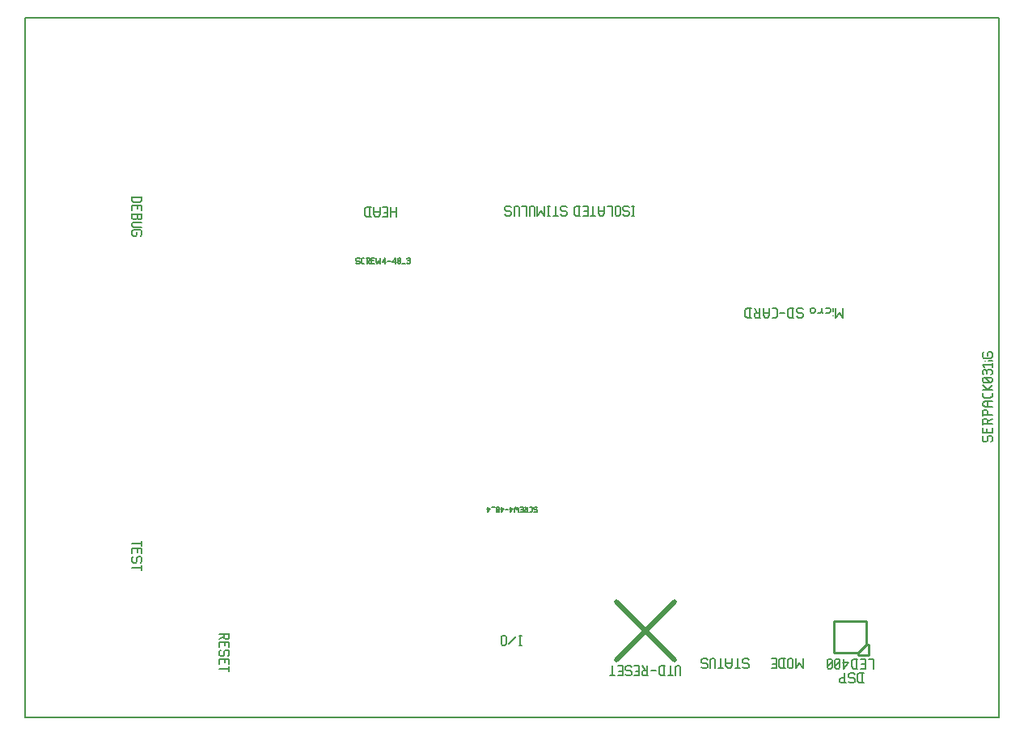
<source format=gto>
G04 start of page 8 for group -4079 idx -4079 *
G04 Title: (unknown), topsilk *
G04 Creator: pcb 20110918 *
G04 CreationDate: Thu May 15 21:16:40 2014 UTC *
G04 For: fosse *
G04 Format: Gerber/RS-274X *
G04 PCB-Dimensions: 550000 450000 *
G04 PCB-Coordinate-Origin: lower left *
%MOIN*%
%FSLAX25Y25*%
%LNTOPSILK*%
%ADD94C,0.0100*%
%ADD93C,0.0060*%
%ADD92C,0.0200*%
G54D92*X282500Y167000D02*X306500Y143000D01*
Y167000D02*X282500Y143000D01*
G54D93*X87000Y192000D02*Y190000D01*
X83000Y191000D02*X87000D01*
X85200Y188800D02*Y187300D01*
X83000Y188800D02*Y186800D01*
Y188800D02*X87000D01*
Y186800D01*
Y183600D02*X86500Y183100D01*
X87000Y185100D02*Y183600D01*
X86500Y185600D02*X87000Y185100D01*
X85500Y185600D02*X86500D01*
X85500D02*X85000Y185100D01*
Y183600D01*
X84500Y183100D01*
X83500D02*X84500D01*
X83000Y183600D02*X83500Y183100D01*
X83000Y185100D02*Y183600D01*
X83500Y185600D02*X83000Y185100D01*
X87000Y181900D02*Y179900D01*
X83000Y180900D02*X87000D01*
X83000Y333500D02*X87000D01*
Y332200D02*X86300Y331500D01*
X83700D02*X86300D01*
X83000Y332200D02*X83700Y331500D01*
X83000Y334000D02*Y332200D01*
X87000Y334000D02*Y332200D01*
X85200Y330300D02*Y328800D01*
X83000Y330300D02*Y328300D01*
Y330300D02*X87000D01*
Y328300D01*
X83000Y327100D02*Y325100D01*
X83500Y324600D01*
X84700D01*
X85200Y325100D02*X84700Y324600D01*
X85200Y326600D02*Y325100D01*
X83000Y326600D02*X87000D01*
Y327100D02*Y325100D01*
X86500Y324600D01*
X85700D02*X86500D01*
X85200Y325100D02*X85700Y324600D01*
X83500Y323400D02*X87000D01*
X83500D02*X83000Y322900D01*
Y321900D01*
X83500Y321400D01*
X87000D01*
Y318200D02*X86500Y317700D01*
X87000Y319700D02*Y318200D01*
X86500Y320200D02*X87000Y319700D01*
X83500Y320200D02*X86500D01*
X83500D02*X83000Y319700D01*
Y318200D01*
X83500Y317700D01*
X84500D01*
X85000Y318200D02*X84500Y317700D01*
X85000Y319200D02*Y318200D01*
X192000Y329500D02*Y325500D01*
X189500Y329500D02*Y325500D01*
Y327500D02*X192000D01*
X186800Y327300D02*X188300D01*
X186300Y329500D02*X188300D01*
Y325500D01*
X186300D02*X188300D01*
X185100Y329500D02*Y326500D01*
X184400Y325500D01*
X183300D02*X184400D01*
X183300D02*X182600Y326500D01*
Y329500D02*Y326500D01*
Y327500D02*X185100D01*
X180900Y329500D02*Y325500D01*
X179600D02*X178900Y326200D01*
Y328800D02*Y326200D01*
X179600Y329500D02*X178900Y328800D01*
X179600Y329500D02*X181400D01*
X179600Y325500D02*X181400D01*
X335100Y139500D02*X334600Y140000D01*
X335100Y139500D02*X336600D01*
X337100Y140000D02*X336600Y139500D01*
X337100Y141000D02*Y140000D01*
Y141000D02*X336600Y141500D01*
X335100D02*X336600D01*
X335100D02*X334600Y142000D01*
Y143000D02*Y142000D01*
X335100Y143500D02*X334600Y143000D01*
X335100Y143500D02*X336600D01*
X337100Y143000D02*X336600Y143500D01*
X331400Y139500D02*X333400D01*
X332400Y143500D02*Y139500D01*
X330200Y143500D02*Y140500D01*
X329500Y139500D01*
X328400D02*X329500D01*
X328400D02*X327700Y140500D01*
Y143500D02*Y140500D01*
Y141500D02*X330200D01*
X324500Y139500D02*X326500D01*
X325500Y143500D02*Y139500D01*
X323300Y143000D02*Y139500D01*
Y143000D02*X322800Y143500D01*
X321800D02*X322800D01*
X321800D02*X321300Y143000D01*
Y139500D01*
X318100D02*X317600Y140000D01*
X318100Y139500D02*X319600D01*
X320100Y140000D02*X319600Y139500D01*
X320100Y141000D02*Y140000D01*
Y141000D02*X319600Y141500D01*
X318100D02*X319600D01*
X318100D02*X317600Y142000D01*
Y143000D02*Y142000D01*
X318100Y143500D02*X317600Y143000D01*
X318100Y143500D02*X319600D01*
X320100Y143000D02*X319600Y143500D01*
X309000Y140000D02*Y136500D01*
Y140000D02*X308500Y140500D01*
X307500D02*X308500D01*
X307500D02*X307000Y140000D01*
Y136500D01*
X303800D02*X305800D01*
X304800Y140500D02*Y136500D01*
X302100Y140500D02*Y136500D01*
X300800D02*X300100Y137200D01*
Y139800D02*Y137200D01*
X300800Y140500D02*X300100Y139800D01*
X300800Y140500D02*X302600D01*
X300800Y136500D02*X302600D01*
X296900Y138500D02*X298900D01*
X293700Y136500D02*X295700D01*
X293700D02*X293200Y137000D01*
Y138000D02*Y137000D01*
X293700Y138500D02*X293200Y138000D01*
X293700Y138500D02*X295200D01*
Y140500D02*Y136500D01*
X294400Y138500D02*X293200Y140500D01*
X290500Y138300D02*X292000D01*
X290000Y140500D02*X292000D01*
Y136500D01*
X290000D02*X292000D01*
X286800D02*X286300Y137000D01*
X286800Y136500D02*X288300D01*
X288800Y137000D02*X288300Y136500D01*
X288800Y138000D02*Y137000D01*
Y138000D02*X288300Y138500D01*
X286800D02*X288300D01*
X286800D02*X286300Y139000D01*
Y140000D02*Y139000D01*
X286800Y140500D02*X286300Y140000D01*
X286800Y140500D02*X288300D01*
X288800Y140000D02*X288300Y140500D01*
X283600Y138300D02*X285100D01*
X283100Y140500D02*X285100D01*
Y136500D01*
X283100D02*X285100D01*
X279900D02*X281900D01*
X280900Y140500D02*Y136500D01*
X359500Y143500D02*Y139500D01*
X358000Y141500D01*
X356500Y139500D01*
Y143500D02*Y139500D01*
X355300Y143000D02*Y140000D01*
X354800Y139500D01*
X353800D02*X354800D01*
X353800D02*X353300Y140000D01*
Y143000D02*Y140000D01*
X353800Y143500D02*X353300Y143000D01*
X353800Y143500D02*X354800D01*
X355300Y143000D02*X354800Y143500D01*
X351600D02*Y139500D01*
X350300D02*X349600Y140200D01*
Y142800D02*Y140200D01*
X350300Y143500D02*X349600Y142800D01*
X350300Y143500D02*X352100D01*
X350300Y139500D02*X352100D01*
X346900Y141300D02*X348400D01*
X346400Y143500D02*X348400D01*
Y139500D01*
X346400D02*X348400D01*
X384000Y137500D02*Y133500D01*
X382700D02*X382000Y134200D01*
Y136800D02*Y134200D01*
X382700Y137500D02*X382000Y136800D01*
X382700Y137500D02*X384500D01*
X382700Y133500D02*X384500D01*
X378800D02*X378300Y134000D01*
X378800Y133500D02*X380300D01*
X380800Y134000D02*X380300Y133500D01*
X380800Y135000D02*Y134000D01*
Y135000D02*X380300Y135500D01*
X378800D02*X380300D01*
X378800D02*X378300Y136000D01*
Y137000D02*Y136000D01*
X378800Y137500D02*X378300Y137000D01*
X378800Y137500D02*X380300D01*
X380800Y137000D02*X380300Y137500D01*
X376600D02*Y133500D01*
X375100D02*X377100D01*
X375100D02*X374600Y134000D01*
Y135000D02*Y134000D01*
X375100Y135500D02*X374600Y135000D01*
X375100Y135500D02*X376600D01*
X376000Y288000D02*Y284000D01*
X374500Y286000D01*
X373000Y284000D01*
Y288000D02*Y284000D01*
X371800Y285100D02*Y285000D01*
Y288000D02*Y286500D01*
X368800Y286000D02*X370300D01*
X370800Y286500D02*X370300Y286000D01*
X370800Y287500D02*Y286500D01*
Y287500D02*X370300Y288000D01*
X368800D02*X370300D01*
X367100D02*Y286500D01*
X366600Y286000D01*
X365600D02*X366600D01*
X367600D02*X367100Y286500D01*
X364400Y287500D02*Y286500D01*
X363900Y286000D01*
X362900D02*X363900D01*
X362900D02*X362400Y286500D01*
Y287500D02*Y286500D01*
X362900Y288000D02*X362400Y287500D01*
X362900Y288000D02*X363900D01*
X364400Y287500D02*X363900Y288000D01*
X357400Y284000D02*X356900Y284500D01*
X357400Y284000D02*X358900D01*
X359400Y284500D02*X358900Y284000D01*
X359400Y285500D02*Y284500D01*
Y285500D02*X358900Y286000D01*
X357400D02*X358900D01*
X357400D02*X356900Y286500D01*
Y287500D02*Y286500D01*
X357400Y288000D02*X356900Y287500D01*
X357400Y288000D02*X358900D01*
X359400Y287500D02*X358900Y288000D01*
X355200D02*Y284000D01*
X353900D02*X353200Y284700D01*
Y287300D02*Y284700D01*
X353900Y288000D02*X353200Y287300D01*
X353900Y288000D02*X355700D01*
X353900Y284000D02*X355700D01*
X350000Y286000D02*X352000D01*
X346800Y288000D02*X348100D01*
X348800Y287300D02*X348100Y288000D01*
X348800Y287300D02*Y284700D01*
X348100Y284000D01*
X346800D02*X348100D01*
X345600Y288000D02*Y285000D01*
X344900Y284000D01*
X343800D02*X344900D01*
X343800D02*X343100Y285000D01*
Y288000D02*Y285000D01*
Y286000D02*X345600D01*
X339900Y284000D02*X341900D01*
X339900D02*X339400Y284500D01*
Y285500D02*Y284500D01*
X339900Y286000D02*X339400Y285500D01*
X339900Y286000D02*X341400D01*
Y288000D02*Y284000D01*
X340600Y286000D02*X339400Y288000D01*
X337700D02*Y284000D01*
X336400D02*X335700Y284700D01*
Y287300D02*Y284700D01*
X336400Y288000D02*X335700Y287300D01*
X336400Y288000D02*X338200D01*
X336400Y284000D02*X338200D01*
X242500Y149000D02*X243500D01*
X243000Y153000D02*Y149000D01*
X242500Y153000D02*X243500D01*
X241300Y152500D02*X238300Y149500D01*
X237100Y152500D02*Y149500D01*
X236600Y149000D01*
X235600D02*X236600D01*
X235600D02*X235100Y149500D01*
Y152500D02*Y149500D01*
X235600Y153000D02*X235100Y152500D01*
X235600Y153000D02*X236600D01*
X237100Y152500D02*X236600Y153000D01*
X289000Y326000D02*X290000D01*
X289500Y330000D02*Y326000D01*
X289000Y330000D02*X290000D01*
X285800Y326000D02*X285300Y326500D01*
X285800Y326000D02*X287300D01*
X287800Y326500D02*X287300Y326000D01*
X287800Y327500D02*Y326500D01*
Y327500D02*X287300Y328000D01*
X285800D02*X287300D01*
X285800D02*X285300Y328500D01*
Y329500D02*Y328500D01*
X285800Y330000D02*X285300Y329500D01*
X285800Y330000D02*X287300D01*
X287800Y329500D02*X287300Y330000D01*
X284100Y329500D02*Y326500D01*
X283600Y326000D01*
X282600D02*X283600D01*
X282600D02*X282100Y326500D01*
Y329500D02*Y326500D01*
X282600Y330000D02*X282100Y329500D01*
X282600Y330000D02*X283600D01*
X284100Y329500D02*X283600Y330000D01*
X280900D02*Y326000D01*
X278900Y330000D02*X280900D01*
X277700D02*Y327000D01*
X277000Y326000D01*
X275900D02*X277000D01*
X275900D02*X275200Y327000D01*
Y330000D02*Y327000D01*
Y328000D02*X277700D01*
X272000Y326000D02*X274000D01*
X273000Y330000D02*Y326000D01*
X269300Y327800D02*X270800D01*
X268800Y330000D02*X270800D01*
Y326000D01*
X268800D02*X270800D01*
X267100Y330000D02*Y326000D01*
X265800D02*X265100Y326700D01*
Y329300D02*Y326700D01*
X265800Y330000D02*X265100Y329300D01*
X265800Y330000D02*X267600D01*
X265800Y326000D02*X267600D01*
X260100D02*X259600Y326500D01*
X260100Y326000D02*X261600D01*
X262100Y326500D02*X261600Y326000D01*
X262100Y327500D02*Y326500D01*
Y327500D02*X261600Y328000D01*
X260100D02*X261600D01*
X260100D02*X259600Y328500D01*
Y329500D02*Y328500D01*
X260100Y330000D02*X259600Y329500D01*
X260100Y330000D02*X261600D01*
X262100Y329500D02*X261600Y330000D01*
X256400Y326000D02*X258400D01*
X257400Y330000D02*Y326000D01*
X254200D02*X255200D01*
X254700Y330000D02*Y326000D01*
X254200Y330000D02*X255200D01*
X253000D02*Y326000D01*
X251500Y328000D01*
X250000Y326000D01*
Y330000D02*Y326000D01*
X248800Y329500D02*Y326000D01*
Y329500D02*X248300Y330000D01*
X247300D02*X248300D01*
X247300D02*X246800Y329500D01*
Y326000D01*
X245600Y330000D02*Y326000D01*
X243600Y330000D02*X245600D01*
X242400Y329500D02*Y326000D01*
Y329500D02*X241900Y330000D01*
X240900D02*X241900D01*
X240900D02*X240400Y329500D01*
Y326000D01*
X237200D02*X236700Y326500D01*
X237200Y326000D02*X238700D01*
X239200Y326500D02*X238700Y326000D01*
X239200Y327500D02*Y326500D01*
Y327500D02*X238700Y328000D01*
X237200D02*X238700D01*
X237200D02*X236700Y328500D01*
Y329500D02*Y328500D01*
X237200Y330000D02*X236700Y329500D01*
X237200Y330000D02*X238700D01*
X239200Y329500D02*X238700Y330000D01*
X123000Y154000D02*Y152000D01*
X122500Y151500D01*
X121500D02*X122500D01*
X121000Y152000D02*X121500Y151500D01*
X121000Y153500D02*Y152000D01*
X119000Y153500D02*X123000D01*
X121000Y152700D02*X119000Y151500D01*
X121200Y150300D02*Y148800D01*
X119000Y150300D02*Y148300D01*
Y150300D02*X123000D01*
Y148300D01*
Y145100D02*X122500Y144600D01*
X123000Y146600D02*Y145100D01*
X122500Y147100D02*X123000Y146600D01*
X121500Y147100D02*X122500D01*
X121500D02*X121000Y146600D01*
Y145100D01*
X120500Y144600D01*
X119500D02*X120500D01*
X119000Y145100D02*X119500Y144600D01*
X119000Y146600D02*Y145100D01*
X119500Y147100D02*X119000Y146600D01*
X121200Y143400D02*Y141900D01*
X119000Y143400D02*Y141400D01*
Y143400D02*X123000D01*
Y141400D01*
Y140200D02*Y138200D01*
X119000Y139200D02*X123000D01*
G54D94*X372307Y158996D02*Y146004D01*
Y158996D02*X385693D01*
X372307Y146004D02*X382150D01*
D03*
X386677Y149350D02*Y145020D01*
X382150D02*X386677D01*
X385693Y149350D02*X386677D01*
Y145020D03*
X385693Y158996D02*Y149547D01*
X382150Y146004D02*Y145020D01*
Y145807D02*X385693Y149350D01*
G54D93*X38909Y407538D02*Y119138D01*
Y407538D02*X440309D01*
Y119138D01*
X38909D02*X440309D01*
X388406Y143433D02*Y139433D01*
X386406Y143433D02*X388406D01*
X383706Y141233D02*X385206D01*
X383206Y143433D02*X385206D01*
Y139433D01*
X383206D02*X385206D01*
X381506Y143433D02*Y139433D01*
X380206D02*X379506Y140133D01*
Y142733D02*Y140133D01*
X380206Y143433D02*X379506Y142733D01*
X380206Y143433D02*X382006D01*
X380206Y139433D02*X382006D01*
X378306Y141933D02*X376306Y139433D01*
X375806Y141933D02*X378306D01*
X376306Y143433D02*Y139433D01*
X374606Y142933D02*X374106Y143433D01*
X374606Y142933D02*Y139933D01*
X374106Y139433D01*
X373106D02*X374106D01*
X373106D02*X372606Y139933D01*
Y142933D02*Y139933D01*
X373106Y143433D02*X372606Y142933D01*
X373106Y143433D02*X374106D01*
X374606Y142433D02*X372606Y140433D01*
X371406Y142933D02*X370906Y143433D01*
X371406Y142933D02*Y139933D01*
X370906Y139433D01*
X369906D02*X370906D01*
X369906D02*X369406Y139933D01*
Y142933D02*Y139933D01*
X369906Y143433D02*X369406Y142933D01*
X369906Y143433D02*X370906D01*
X371406Y142433D02*X369406Y140433D01*
X433409Y234938D02*X433909Y235438D01*
X433409Y234938D02*Y233438D01*
X433909Y232938D02*X433409Y233438D01*
X433909Y232938D02*X434909D01*
X435409Y233438D01*
Y234938D02*Y233438D01*
Y234938D02*X435909Y235438D01*
X436909D01*
X437409Y234938D02*X436909Y235438D01*
X437409Y234938D02*Y233438D01*
X436909Y232938D02*X437409Y233438D01*
X435209Y238138D02*Y236638D01*
X437409Y238638D02*Y236638D01*
X433409D02*X437409D01*
X433409Y238638D02*Y236638D01*
Y241838D02*Y239838D01*
Y241838D02*X433909Y242338D01*
X434909D01*
X435409Y241838D02*X434909Y242338D01*
X435409Y241838D02*Y240338D01*
X433409D02*X437409D01*
X435409Y241138D02*X437409Y242338D01*
X433409Y244038D02*X437409D01*
X433409Y245538D02*Y243538D01*
Y245538D02*X433909Y246038D01*
X434909D01*
X435409Y245538D02*X434909Y246038D01*
X435409Y245538D02*Y244038D01*
X434409Y247238D02*X437409D01*
X434409D02*X433409Y247938D01*
Y249038D02*Y247938D01*
Y249038D02*X434409Y249738D01*
X437409D01*
X435409D02*Y247238D01*
X437409Y252938D02*Y251638D01*
X436709Y250938D02*X437409Y251638D01*
X434109Y250938D02*X436709D01*
X434109D02*X433409Y251638D01*
Y252938D02*Y251638D01*
Y254138D02*X437409D01*
X435409D02*X433409Y256138D01*
X435409Y254138D02*X437409Y256138D01*
X436909Y257338D02*X437409Y257838D01*
X433909Y257338D02*X436909D01*
X433909D02*X433409Y257838D01*
Y258838D02*Y257838D01*
Y258838D02*X433909Y259338D01*
X436909D01*
X437409Y258838D02*X436909Y259338D01*
X437409Y258838D02*Y257838D01*
X436409Y257338D02*X434409Y259338D01*
X433909Y260538D02*X433409Y261038D01*
Y262038D02*Y261038D01*
Y262038D02*X433909Y262538D01*
X437409Y262038D02*X436909Y262538D01*
X437409Y262038D02*Y261038D01*
X436909Y260538D02*X437409Y261038D01*
X435209Y262038D02*Y261038D01*
X433909Y262538D02*X434709D01*
X435709D02*X436909D01*
X435709D02*X435209Y262038D01*
X434709Y262538D02*X435209Y262038D01*
X434209Y263738D02*X433409Y264538D01*
X437409D01*
Y265238D02*Y263738D01*
X434409Y266438D02*X434509D01*
X435909D02*X437409D01*
X433409Y269438D02*X433909Y269938D01*
X433409Y269438D02*Y267938D01*
X433909Y267438D02*X433409Y267938D01*
X433909Y267438D02*X436909D01*
X437409Y267938D01*
Y269438D02*Y267938D01*
Y269438D02*X436909Y269938D01*
X435909D02*X436909D01*
X435409Y269438D02*X435909Y269938D01*
X435409Y269438D02*Y268438D01*
X176500Y308600D02*X176800Y308300D01*
X175600Y308600D02*X176500D01*
X175300Y308300D02*X175600Y308600D01*
X175300Y308300D02*Y307700D01*
X175600Y307400D01*
X176500D01*
X176800Y307100D01*
Y306500D01*
X176500Y306200D02*X176800Y306500D01*
X175600Y306200D02*X176500D01*
X175300Y306500D02*X175600Y306200D01*
X177940D02*X178720D01*
X177520Y306620D02*X177940Y306200D01*
X177520Y308180D02*Y306620D01*
Y308180D02*X177940Y308600D01*
X178720D01*
X179440D02*X180640D01*
X180940Y308300D01*
Y307700D01*
X180640Y307400D02*X180940Y307700D01*
X179740Y307400D02*X180640D01*
X179740Y308600D02*Y306200D01*
X180220Y307400D02*X180940Y306200D01*
X181660Y307520D02*X182560D01*
X181660Y306200D02*X182860D01*
X181660Y308600D02*Y306200D01*
Y308600D02*X182860D01*
X183580D02*Y307400D01*
X183880Y306200D01*
X184480Y307400D01*
X185080Y306200D01*
X185380Y307400D01*
Y308600D02*Y307400D01*
X186100Y307100D02*X187300Y308600D01*
X186100Y307100D02*X187600D01*
X187300Y308600D02*Y306200D01*
X188320Y307400D02*X189520D01*
X190240Y307100D02*X191440Y308600D01*
X190240Y307100D02*X191740D01*
X191440Y308600D02*Y306200D01*
X192460Y306500D02*X192760Y306200D01*
X192460Y308300D02*Y306500D01*
Y308300D02*X192760Y308600D01*
X193360D01*
X193660Y308300D01*
Y306500D01*
X193360Y306200D02*X193660Y306500D01*
X192760Y306200D02*X193360D01*
X192460Y306800D02*X193660Y308000D01*
X194380Y306200D02*X195580D01*
X196300Y308300D02*X196600Y308600D01*
X197200D01*
X197500Y308300D01*
X197200Y306200D02*X197500Y306500D01*
X196600Y306200D02*X197200D01*
X196300Y306500D02*X196600Y306200D01*
Y307520D02*X197200D01*
X197500Y308300D02*Y307820D01*
Y307220D02*Y306500D01*
Y307220D02*X197200Y307520D01*
X197500Y307820D02*X197200Y307520D01*
X248810Y203790D02*X248535Y204065D01*
X248810Y203790D02*X249635D01*
X249910Y204065D02*X249635Y203790D01*
X249910Y204615D02*Y204065D01*
Y204615D02*X249635Y204890D01*
X248810D02*X249635D01*
X248810D02*X248535Y205165D01*
Y205715D02*Y205165D01*
X248810Y205990D02*X248535Y205715D01*
X248810Y205990D02*X249635D01*
X249910Y205715D02*X249635Y205990D01*
X246775D02*X247490D01*
X247875Y205605D02*X247490Y205990D01*
X247875Y205605D02*Y204175D01*
X247490Y203790D01*
X246775D02*X247490D01*
X245015D02*X246115D01*
X245015D02*X244740Y204065D01*
Y204615D02*Y204065D01*
X245015Y204890D02*X244740Y204615D01*
X245015Y204890D02*X245840D01*
Y205990D02*Y203790D01*
X245400Y204890D02*X244740Y205990D01*
X243255Y204780D02*X244080D01*
X242980Y205990D02*X244080D01*
Y203790D01*
X242980D02*X244080D01*
X242320Y204890D02*Y203790D01*
Y204890D02*X242045Y205990D01*
X241495Y204890D01*
X240945Y205990D01*
X240670Y204890D01*
Y203790D01*
X240010Y205165D02*X238910Y203790D01*
X238635Y205165D02*X240010D01*
X238910Y205990D02*Y203790D01*
X236875Y204890D02*X237975D01*
X236215Y205165D02*X235115Y203790D01*
X234840Y205165D02*X236215D01*
X235115Y205990D02*Y203790D01*
X234180Y205715D02*X233905Y205990D01*
X234180Y205715D02*Y204065D01*
X233905Y203790D01*
X233355D02*X233905D01*
X233355D02*X233080Y204065D01*
Y205715D02*Y204065D01*
X233355Y205990D02*X233080Y205715D01*
X233355Y205990D02*X233905D01*
X234180Y205440D02*X233080Y204340D01*
X231320Y205990D02*X232420D01*
X230660Y205165D02*X229560Y203790D01*
X229285Y205165D02*X230660D01*
X229560Y205990D02*Y203790D01*
M02*

</source>
